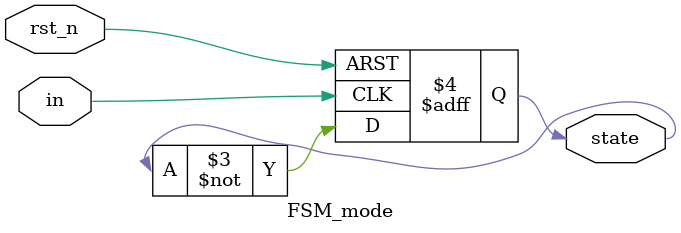
<source format=v>
module FSM_mode(in, rst_n, state);
    input in;
    input rst_n;
    output reg state;
  
    always@(posedge in or negedge rst_n) 
        if (~rst_n) state <= 1'b0;
        else state <= ~state;
    
endmodule
</source>
